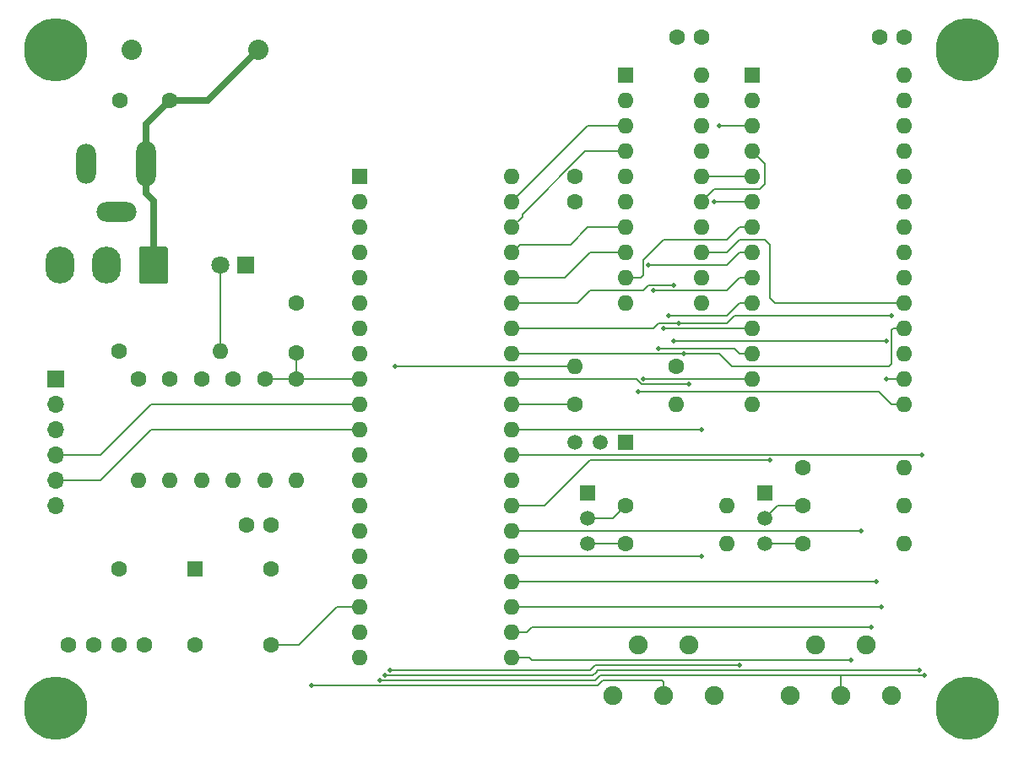
<source format=gbr>
%TF.GenerationSoftware,KiCad,Pcbnew,(5.1.4-0-10_14)*%
%TF.CreationDate,2020-04-13T14:17:21-07:00*%
%TF.ProjectId,8051dumper,38303531-6475-46d7-9065-722e6b696361,1*%
%TF.SameCoordinates,PX60e4b00PYc1c9600*%
%TF.FileFunction,Copper,L1,Top*%
%TF.FilePolarity,Positive*%
%FSLAX46Y46*%
G04 Gerber Fmt 4.6, Leading zero omitted, Abs format (unit mm)*
G04 Created by KiCad (PCBNEW (5.1.4-0-10_14)) date 2020-04-13 14:17:21*
%MOMM*%
%LPD*%
G04 APERTURE LIST*
%TA.AperFunction,ComponentPad*%
%ADD10O,1.600000X1.600000*%
%TD*%
%TA.AperFunction,ComponentPad*%
%ADD11C,1.600000*%
%TD*%
%TA.AperFunction,ComponentPad*%
%ADD12C,1.800000*%
%TD*%
%TA.AperFunction,ComponentPad*%
%ADD13R,1.800000X1.800000*%
%TD*%
%TA.AperFunction,ComponentPad*%
%ADD14R,1.600000X1.600000*%
%TD*%
%TA.AperFunction,ComponentPad*%
%ADD15O,2.921000X3.708400*%
%TD*%
%TA.AperFunction,Conductor*%
%ADD16C,0.152400*%
%TD*%
%TA.AperFunction,ComponentPad*%
%ADD17C,2.921000*%
%TD*%
%TA.AperFunction,ComponentPad*%
%ADD18R,1.700000X1.700000*%
%TD*%
%TA.AperFunction,ComponentPad*%
%ADD19O,1.700000X1.700000*%
%TD*%
%TA.AperFunction,ComponentPad*%
%ADD20O,4.000000X2.000000*%
%TD*%
%TA.AperFunction,ComponentPad*%
%ADD21O,2.000000X4.000000*%
%TD*%
%TA.AperFunction,ComponentPad*%
%ADD22O,2.000000X4.500000*%
%TD*%
%TA.AperFunction,ComponentPad*%
%ADD23C,6.350000*%
%TD*%
%TA.AperFunction,ComponentPad*%
%ADD24O,1.600200X1.600200*%
%TD*%
%TA.AperFunction,ComponentPad*%
%ADD25R,1.600200X1.600200*%
%TD*%
%TA.AperFunction,ComponentPad*%
%ADD26C,2.032000*%
%TD*%
%TA.AperFunction,ComponentPad*%
%ADD27C,1.905000*%
%TD*%
%TA.AperFunction,ComponentPad*%
%ADD28R,1.500000X1.500000*%
%TD*%
%TA.AperFunction,ComponentPad*%
%ADD29C,1.500000*%
%TD*%
%TA.AperFunction,ViaPad*%
%ADD30C,0.508000*%
%TD*%
%TA.AperFunction,Conductor*%
%ADD31C,0.635000*%
%TD*%
G04 APERTURE END LIST*
D10*
%TO.P,R14,2*%
%TO.N,Net-(D1-Pad2)*%
X21590000Y40894000D03*
D11*
%TO.P,R14,1*%
%TO.N,+5V*%
X11430000Y40894000D03*
%TD*%
D12*
%TO.P,D1,2*%
%TO.N,Net-(D1-Pad2)*%
X21590000Y49530000D03*
D13*
%TO.P,D1,1*%
%TO.N,GND*%
X24130000Y49530000D03*
%TD*%
D10*
%TO.P,R13,2*%
%TO.N,~S4*%
X13335000Y27940000D03*
D11*
%TO.P,R13,1*%
%TO.N,+5V*%
X13335000Y38100000D03*
%TD*%
D10*
%TO.P,R12,2*%
%TO.N,~S3*%
X16510000Y27940000D03*
D11*
%TO.P,R12,1*%
%TO.N,+5V*%
X16510000Y38100000D03*
%TD*%
D10*
%TO.P,R11,2*%
%TO.N,~S2*%
X19685000Y27940000D03*
D11*
%TO.P,R11,1*%
%TO.N,+5V*%
X19685000Y38100000D03*
%TD*%
D10*
%TO.P,R10,2*%
%TO.N,~S1*%
X22860000Y27940000D03*
D11*
%TO.P,R10,1*%
%TO.N,+5V*%
X22860000Y38100000D03*
%TD*%
%TO.P,S4,C*%
%TO.N,GND*%
X11430000Y19050000D03*
%TO.P,S4,4*%
%TO.N,~S4*%
X6350000Y11430000D03*
%TO.P,S4,3*%
%TO.N,~S3*%
X8890000Y11430000D03*
%TO.P,S4,2*%
%TO.N,~S2*%
X11430000Y11430000D03*
%TO.P,S4,1*%
%TO.N,~S1*%
X13970000Y11430000D03*
%TD*%
D10*
%TO.P,U2,20*%
%TO.N,+5V*%
X69850000Y68580000D03*
%TO.P,U2,10*%
%TO.N,GND*%
X62230000Y45720000D03*
%TO.P,U2,19*%
%TO.N,/A4*%
X69850000Y66040000D03*
%TO.P,U2,9*%
%TO.N,/A3*%
X62230000Y48260000D03*
%TO.P,U2,18*%
%TO.N,/AD4*%
X69850000Y63500000D03*
%TO.P,U2,8*%
%TO.N,/AD3*%
X62230000Y50800000D03*
%TO.P,U2,17*%
%TO.N,/AD5*%
X69850000Y60960000D03*
%TO.P,U2,7*%
%TO.N,/AD2*%
X62230000Y53340000D03*
%TO.P,U2,16*%
%TO.N,/A5*%
X69850000Y58420000D03*
%TO.P,U2,6*%
%TO.N,/A2*%
X62230000Y55880000D03*
%TO.P,U2,15*%
%TO.N,/A6*%
X69850000Y55880000D03*
%TO.P,U2,5*%
%TO.N,/A1*%
X62230000Y58420000D03*
%TO.P,U2,14*%
%TO.N,/AD6*%
X69850000Y53340000D03*
%TO.P,U2,4*%
%TO.N,/AD1*%
X62230000Y60960000D03*
%TO.P,U2,13*%
%TO.N,/AD7*%
X69850000Y50800000D03*
%TO.P,U2,3*%
%TO.N,/AD0*%
X62230000Y63500000D03*
%TO.P,U2,12*%
%TO.N,/A7*%
X69850000Y48260000D03*
%TO.P,U2,2*%
%TO.N,/A0*%
X62230000Y66040000D03*
%TO.P,U2,11*%
%TO.N,ALE*%
X69850000Y45720000D03*
D14*
%TO.P,U2,1*%
%TO.N,GND*%
X62230000Y68580000D03*
%TD*%
D15*
%TO.P,S1,3*%
%TO.N,GND*%
X5461000Y49530000D03*
%TO.P,S1,2*%
%TO.N,+5V*%
X10160000Y49530000D03*
D16*
%TD*%
%TO.N,Net-(C6-Pad1)*%
%TO.C,S1*%
G36*
X16090283Y51382976D02*
G01*
X16114952Y51379317D01*
X16139143Y51373257D01*
X16162624Y51364856D01*
X16185168Y51354193D01*
X16206559Y51341372D01*
X16226590Y51326516D01*
X16245068Y51309768D01*
X16261816Y51291290D01*
X16276672Y51271259D01*
X16289493Y51249868D01*
X16300156Y51227324D01*
X16308557Y51203843D01*
X16314617Y51179652D01*
X16318276Y51154983D01*
X16319500Y51130074D01*
X16319500Y47929926D01*
X16318276Y47905017D01*
X16314617Y47880348D01*
X16308557Y47856157D01*
X16300156Y47832676D01*
X16289493Y47810132D01*
X16276672Y47788741D01*
X16261816Y47768710D01*
X16245068Y47750232D01*
X16226590Y47733484D01*
X16206559Y47718628D01*
X16185168Y47705807D01*
X16162624Y47695144D01*
X16139143Y47686743D01*
X16114952Y47680683D01*
X16090283Y47677024D01*
X16065374Y47675800D01*
X13652626Y47675800D01*
X13627717Y47677024D01*
X13603048Y47680683D01*
X13578857Y47686743D01*
X13555376Y47695144D01*
X13532832Y47705807D01*
X13511441Y47718628D01*
X13491410Y47733484D01*
X13472932Y47750232D01*
X13456184Y47768710D01*
X13441328Y47788741D01*
X13428507Y47810132D01*
X13417844Y47832676D01*
X13409443Y47856157D01*
X13403383Y47880348D01*
X13399724Y47905017D01*
X13398500Y47929926D01*
X13398500Y51130074D01*
X13399724Y51154983D01*
X13403383Y51179652D01*
X13409443Y51203843D01*
X13417844Y51227324D01*
X13428507Y51249868D01*
X13441328Y51271259D01*
X13456184Y51291290D01*
X13472932Y51309768D01*
X13491410Y51326516D01*
X13511441Y51341372D01*
X13532832Y51354193D01*
X13555376Y51364856D01*
X13578857Y51373257D01*
X13603048Y51379317D01*
X13627717Y51382976D01*
X13652626Y51384200D01*
X16065374Y51384200D01*
X16090283Y51382976D01*
X16090283Y51382976D01*
G37*
D17*
%TO.P,S1,1*%
%TO.N,Net-(C6-Pad1)*%
X14859000Y49530000D03*
%TD*%
D11*
%TO.P,C1,2*%
%TO.N,GND*%
X57150000Y55920000D03*
%TO.P,C1,1*%
%TO.N,+5V*%
X57150000Y58420000D03*
%TD*%
%TO.P,C4,2*%
%TO.N,GND*%
X24170000Y23495000D03*
%TO.P,C4,1*%
%TO.N,+5V*%
X26670000Y23495000D03*
%TD*%
%TO.P,C3,2*%
%TO.N,GND*%
X87670000Y72390000D03*
%TO.P,C3,1*%
%TO.N,+5V*%
X90170000Y72390000D03*
%TD*%
%TO.P,C2,2*%
%TO.N,GND*%
X67350000Y72390000D03*
%TO.P,C2,1*%
%TO.N,+5V*%
X69850000Y72390000D03*
%TD*%
%TO.P,C6,2*%
%TO.N,GND*%
X11510000Y66040000D03*
%TO.P,C6,1*%
%TO.N,Net-(C6-Pad1)*%
X16510000Y66040000D03*
%TD*%
%TO.P,C5,2*%
%TO.N,RST*%
X29210000Y40720000D03*
%TO.P,C5,1*%
%TO.N,+5V*%
X29210000Y45720000D03*
%TD*%
D10*
%TO.P,R9,2*%
%TO.N,Net-(R9-Pad2)*%
X29210000Y27940000D03*
D11*
%TO.P,R9,1*%
%TO.N,RST*%
X29210000Y38100000D03*
%TD*%
D10*
%TO.P,R8,2*%
%TO.N,GND*%
X26035000Y27940000D03*
D11*
%TO.P,R8,1*%
%TO.N,RST*%
X26035000Y38100000D03*
%TD*%
D10*
%TO.P,R7,2*%
%TO.N,Net-(R7-Pad2)*%
X90170000Y21590000D03*
D11*
%TO.P,R7,1*%
%TO.N,Net-(Q3-Pad3)*%
X80010000Y21590000D03*
%TD*%
D10*
%TO.P,R6,2*%
%TO.N,Net-(R6-Pad2)*%
X72390000Y21590000D03*
D11*
%TO.P,R6,1*%
%TO.N,Net-(Q2-Pad3)*%
X62230000Y21590000D03*
%TD*%
D10*
%TO.P,R5,2*%
%TO.N,~GRNBTN*%
X90170000Y29210000D03*
D11*
%TO.P,R5,1*%
%TO.N,+5V*%
X80010000Y29210000D03*
%TD*%
D10*
%TO.P,R4,2*%
%TO.N,~GRNLED*%
X90170000Y25400000D03*
D11*
%TO.P,R4,1*%
%TO.N,Net-(Q3-Pad2)*%
X80010000Y25400000D03*
%TD*%
D10*
%TO.P,R3,2*%
%TO.N,~REDLED*%
X72390000Y25400000D03*
D11*
%TO.P,R3,1*%
%TO.N,Net-(Q2-Pad2)*%
X62230000Y25400000D03*
%TD*%
D10*
%TO.P,R2,2*%
%TO.N,GND*%
X67310000Y35560000D03*
D11*
%TO.P,R2,1*%
%TO.N,/~EA*%
X57150000Y35560000D03*
%TD*%
D10*
%TO.P,R1,2*%
%TO.N,EA*%
X57150000Y39370000D03*
D11*
%TO.P,R1,1*%
%TO.N,Net-(Q1-Pad2)*%
X67310000Y39370000D03*
%TD*%
D18*
%TO.P,J1,1*%
%TO.N,GND*%
X5080000Y38100000D03*
D19*
%TO.P,J1,2*%
%TO.N,Net-(J1-Pad2)*%
X5080000Y35560000D03*
%TO.P,J1,3*%
%TO.N,N/C*%
X5080000Y33020000D03*
%TO.P,J1,4*%
%TO.N,/RXD*%
X5080000Y30480000D03*
%TO.P,J1,5*%
%TO.N,/TXD*%
X5080000Y27940000D03*
%TO.P,J1,6*%
%TO.N,Net-(J1-Pad2)*%
X5080000Y25400000D03*
%TD*%
D10*
%TO.P,U3,28*%
%TO.N,+5V*%
X90170000Y68580000D03*
%TO.P,U3,14*%
%TO.N,GND*%
X74930000Y35560000D03*
%TO.P,U3,27*%
%TO.N,+5V*%
X90170000Y66040000D03*
%TO.P,U3,13*%
%TO.N,/AD2*%
X74930000Y38100000D03*
%TO.P,U3,26*%
%TO.N,/A13*%
X90170000Y63500000D03*
%TO.P,U3,12*%
%TO.N,/AD1*%
X74930000Y40640000D03*
%TO.P,U3,25*%
%TO.N,/A8*%
X90170000Y60960000D03*
%TO.P,U3,11*%
%TO.N,/AD0*%
X74930000Y43180000D03*
%TO.P,U3,24*%
%TO.N,/A9*%
X90170000Y58420000D03*
%TO.P,U3,10*%
%TO.N,/A0*%
X74930000Y45720000D03*
%TO.P,U3,23*%
%TO.N,/A11*%
X90170000Y55880000D03*
%TO.P,U3,9*%
%TO.N,/A1*%
X74930000Y48260000D03*
%TO.P,U3,22*%
%TO.N,~PSEN*%
X90170000Y53340000D03*
%TO.P,U3,8*%
%TO.N,/A2*%
X74930000Y50800000D03*
%TO.P,U3,21*%
%TO.N,/A10*%
X90170000Y50800000D03*
%TO.P,U3,7*%
%TO.N,/A3*%
X74930000Y53340000D03*
%TO.P,U3,20*%
%TO.N,GND*%
X90170000Y48260000D03*
%TO.P,U3,6*%
%TO.N,/A4*%
X74930000Y55880000D03*
%TO.P,U3,19*%
%TO.N,/AD7*%
X90170000Y45720000D03*
%TO.P,U3,5*%
%TO.N,/A5*%
X74930000Y58420000D03*
%TO.P,U3,18*%
%TO.N,/AD6*%
X90170000Y43180000D03*
%TO.P,U3,4*%
%TO.N,/A6*%
X74930000Y60960000D03*
%TO.P,U3,17*%
%TO.N,/AD5*%
X90170000Y40640000D03*
%TO.P,U3,3*%
%TO.N,/A7*%
X74930000Y63500000D03*
%TO.P,U3,16*%
%TO.N,/AD4*%
X90170000Y38100000D03*
%TO.P,U3,2*%
%TO.N,/A12*%
X74930000Y66040000D03*
%TO.P,U3,15*%
%TO.N,/AD3*%
X90170000Y35560000D03*
D14*
%TO.P,U3,1*%
%TO.N,/A14*%
X74930000Y68580000D03*
%TD*%
D20*
%TO.P,J2,3*%
%TO.N,N/C*%
X11120000Y54890000D03*
D21*
%TO.P,J2,2*%
%TO.N,GND*%
X8120000Y59690000D03*
D22*
%TO.P,J2,1*%
%TO.N,Net-(C6-Pad1)*%
X14120000Y59690000D03*
%TD*%
D23*
%TO.P,REF\002A\002A,1*%
%TO.N,GND*%
X96520000Y71120000D03*
%TD*%
%TO.P,REF\002A\002A,1*%
%TO.N,GND*%
X96520000Y5080000D03*
%TD*%
%TO.P,REF\002A\002A,1*%
%TO.N,GND*%
X5080000Y71120000D03*
%TD*%
%TO.P,REF\002A\002A,1*%
%TO.N,GND*%
X5080000Y5080000D03*
%TD*%
D24*
%TO.P,U1,40*%
%TO.N,+5V*%
X50800000Y58420000D03*
%TO.P,U1,20*%
%TO.N,GND*%
X35560000Y10160000D03*
%TO.P,U1,39*%
%TO.N,/AD0*%
X50800000Y55880000D03*
%TO.P,U1,19*%
%TO.N,GND*%
X35560000Y12700000D03*
%TO.P,U1,38*%
%TO.N,/AD1*%
X50800000Y53340000D03*
%TO.P,U1,18*%
%TO.N,/CLK*%
X35560000Y15240000D03*
%TO.P,U1,37*%
%TO.N,/AD2*%
X50800000Y50800000D03*
%TO.P,U1,17*%
%TO.N,N/C*%
X35560000Y17780000D03*
%TO.P,U1,36*%
%TO.N,/AD3*%
X50800000Y48260000D03*
%TO.P,U1,16*%
%TO.N,N/C*%
X35560000Y20320000D03*
%TO.P,U1,35*%
%TO.N,/AD4*%
X50800000Y45720000D03*
%TO.P,U1,15*%
%TO.N,N/C*%
X35560000Y22860000D03*
%TO.P,U1,34*%
%TO.N,/AD5*%
X50800000Y43180000D03*
%TO.P,U1,14*%
%TO.N,N/C*%
X35560000Y25400000D03*
%TO.P,U1,33*%
%TO.N,/AD6*%
X50800000Y40640000D03*
%TO.P,U1,13*%
%TO.N,N/C*%
X35560000Y27940000D03*
%TO.P,U1,32*%
%TO.N,/AD7*%
X50800000Y38100000D03*
%TO.P,U1,12*%
%TO.N,N/C*%
X35560000Y30480000D03*
%TO.P,U1,31*%
%TO.N,/~EA*%
X50800000Y35560000D03*
%TO.P,U1,11*%
%TO.N,/TXD*%
X35560000Y33020000D03*
%TO.P,U1,30*%
%TO.N,ALE*%
X50800000Y33020000D03*
%TO.P,U1,10*%
%TO.N,/RXD*%
X35560000Y35560000D03*
%TO.P,U1,29*%
%TO.N,~PSEN*%
X50800000Y30480000D03*
%TO.P,U1,9*%
%TO.N,RST*%
X35560000Y38100000D03*
%TO.P,U1,28*%
%TO.N,N/C*%
X50800000Y27940000D03*
%TO.P,U1,8*%
%TO.N,~S1*%
X35560000Y40640000D03*
%TO.P,U1,27*%
%TO.N,/A14*%
X50800000Y25400000D03*
%TO.P,U1,7*%
%TO.N,~S2*%
X35560000Y43180000D03*
%TO.P,U1,26*%
%TO.N,/A13*%
X50800000Y22860000D03*
%TO.P,U1,6*%
%TO.N,~S3*%
X35560000Y45720000D03*
%TO.P,U1,25*%
%TO.N,/A12*%
X50800000Y20320000D03*
%TO.P,U1,5*%
%TO.N,~S4*%
X35560000Y48260000D03*
%TO.P,U1,24*%
%TO.N,/A11*%
X50800000Y17780000D03*
%TO.P,U1,4*%
%TO.N,~GRNBTN*%
X35560000Y50800000D03*
%TO.P,U1,23*%
%TO.N,/A10*%
X50800000Y15240000D03*
%TO.P,U1,3*%
%TO.N,~GRNLED*%
X35560000Y53340000D03*
%TO.P,U1,22*%
%TO.N,/A9*%
X50800000Y12700000D03*
%TO.P,U1,2*%
%TO.N,~REDLED*%
X35560000Y55880000D03*
%TO.P,U1,21*%
%TO.N,/A8*%
X50800000Y10160000D03*
D25*
%TO.P,U1,1*%
%TO.N,EA*%
X35560000Y58420000D03*
%TD*%
D11*
%TO.P,X1,4*%
%TO.N,GND*%
X19050000Y11430000D03*
%TO.P,X1,5*%
%TO.N,/CLK*%
X26670000Y11430000D03*
%TO.P,X1,8*%
%TO.N,+5V*%
X26670000Y19050000D03*
D14*
%TO.P,X1,1*%
X19050000Y19050000D03*
%TD*%
D26*
%TO.P,TP2,1*%
%TO.N,GND*%
X12700000Y71120000D03*
%TD*%
%TO.P,TP1,1*%
%TO.N,Net-(C6-Pad1)*%
X25400000Y71120000D03*
%TD*%
D27*
%TO.P,S3,L-*%
%TO.N,GND*%
X81280000Y11430000D03*
%TO.P,S3,L+*%
%TO.N,Net-(R7-Pad2)*%
X86360000Y11430000D03*
%TO.P,S3,3*%
%TO.N,N/C*%
X88900000Y6350000D03*
%TO.P,S3,2*%
%TO.N,~GRNBTN*%
X83820000Y6350000D03*
%TO.P,S3,1*%
%TO.N,GND*%
X78740000Y6350000D03*
%TD*%
%TO.P,S2,L-*%
%TO.N,GND*%
X63500000Y11430000D03*
%TO.P,S2,L+*%
%TO.N,Net-(R6-Pad2)*%
X68580000Y11430000D03*
%TO.P,S2,3*%
%TO.N,N/C*%
X71120000Y6350000D03*
%TO.P,S2,2*%
%TO.N,Net-(R9-Pad2)*%
X66040000Y6350000D03*
%TO.P,S2,1*%
%TO.N,+5V*%
X60960000Y6350000D03*
%TD*%
D28*
%TO.P,Q3,1*%
%TO.N,+5V*%
X76200000Y26670000D03*
D29*
%TO.P,Q3,3*%
%TO.N,Net-(Q3-Pad3)*%
X76200000Y21590000D03*
%TO.P,Q3,2*%
%TO.N,Net-(Q3-Pad2)*%
X76200000Y24130000D03*
%TD*%
D28*
%TO.P,Q2,1*%
%TO.N,+5V*%
X58420000Y26670000D03*
D29*
%TO.P,Q2,3*%
%TO.N,Net-(Q2-Pad3)*%
X58420000Y21590000D03*
%TO.P,Q2,2*%
%TO.N,Net-(Q2-Pad2)*%
X58420000Y24130000D03*
%TD*%
D28*
%TO.P,Q1,1*%
%TO.N,+5V*%
X62230000Y31750000D03*
D29*
%TO.P,Q1,3*%
%TO.N,/~EA*%
X57150000Y31750000D03*
%TO.P,Q1,2*%
%TO.N,Net-(Q1-Pad2)*%
X59690000Y31750000D03*
%TD*%
D30*
%TO.N,EA*%
X39116000Y39370000D03*
%TO.N,~REDLED*%
X38608000Y8890000D03*
X73660000Y9398000D03*
%TO.N,~GRNLED*%
X38100000Y8382000D03*
X91694000Y8890000D03*
%TO.N,~GRNBTN*%
X37592000Y7874000D03*
X92202000Y8382000D03*
%TO.N,/AD0*%
X66040000Y43180000D03*
%TO.N,/AD1*%
X65532000Y41148000D03*
%TO.N,/AD2*%
X64008000Y38100000D03*
%TO.N,/AD3*%
X63500000Y36830000D03*
%TO.N,/AD4*%
X67056000Y47498000D03*
X67056000Y41910000D03*
X88392000Y41910000D03*
X88392000Y38100000D03*
%TO.N,/AD5*%
X67564000Y43688000D03*
X88900000Y44450000D03*
%TO.N,/AD6*%
X68072000Y40640000D03*
%TO.N,/AD7*%
X68580000Y37592000D03*
%TO.N,ALE*%
X69850000Y33020000D03*
%TO.N,~PSEN*%
X91948000Y30480000D03*
%TO.N,/A14*%
X76708000Y29972000D03*
%TO.N,/A13*%
X85852000Y22860000D03*
%TO.N,/A12*%
X69850000Y20320000D03*
%TO.N,/A11*%
X87376000Y17780000D03*
%TO.N,/A10*%
X87884000Y15240000D03*
%TO.N,/A9*%
X86868000Y13208000D03*
%TO.N,/A8*%
X84836000Y9906000D03*
%TO.N,/A7*%
X71628000Y63500000D03*
%TO.N,/A2*%
X64516000Y49530000D03*
%TO.N,/A1*%
X65024000Y46990000D03*
%TO.N,/A4*%
X71120000Y55880000D03*
%TO.N,/A0*%
X66548000Y44450000D03*
%TO.N,Net-(R9-Pad2)*%
X30734000Y7366000D03*
%TD*%
D16*
%TO.N,RST*%
X29210000Y40720000D02*
X29210000Y38100000D01*
X29210000Y38100000D02*
X35560000Y38100000D01*
X29210000Y38100000D02*
X26035000Y38100000D01*
%TO.N,/RXD*%
X5080000Y30480000D02*
X9525000Y30480000D01*
X9525000Y30480000D02*
X14605000Y35560000D01*
X14605000Y35560000D02*
X18415000Y35560000D01*
X18415000Y35560000D02*
X35560000Y35560000D01*
%TO.N,/TXD*%
X5080000Y27940000D02*
X9525000Y27940000D01*
X9525000Y27940000D02*
X14605000Y33020000D01*
X14605000Y33020000D02*
X35560000Y33020000D01*
%TO.N,/~EA*%
X50800000Y35560000D02*
X57150000Y35560000D01*
%TO.N,Net-(Q2-Pad3)*%
X58420000Y21590000D02*
X62230000Y21590000D01*
%TO.N,Net-(Q2-Pad2)*%
X60960000Y24130000D02*
X62230000Y25400000D01*
X58420000Y24130000D02*
X60960000Y24130000D01*
%TO.N,Net-(Q3-Pad3)*%
X76200000Y21590000D02*
X80010000Y21590000D01*
%TO.N,Net-(Q3-Pad2)*%
X77470000Y25400000D02*
X80010000Y25400000D01*
X76200000Y24130000D02*
X77470000Y25400000D01*
%TO.N,EA*%
X57150000Y39370000D02*
X50292000Y39370000D01*
X50292000Y39370000D02*
X39116000Y39370000D01*
%TO.N,~REDLED*%
X59182000Y9398000D02*
X69596000Y9398000D01*
X58674000Y8890000D02*
X59182000Y9398000D01*
X38608000Y8890000D02*
X58674000Y8890000D01*
X69596000Y9398000D02*
X73660000Y9398000D01*
%TO.N,~GRNLED*%
X38100000Y8382000D02*
X58166000Y8382000D01*
X58166000Y8382000D02*
X58928000Y8382000D01*
X58928000Y8382000D02*
X59232810Y8686810D01*
X59232810Y8686810D02*
X59436000Y8890000D01*
X59436000Y8890000D02*
X71628000Y8890000D01*
X71628000Y8890000D02*
X75692000Y8890000D01*
X75692000Y8890000D02*
X91694000Y8890000D01*
%TO.N,~GRNBTN*%
X89916000Y8382000D02*
X92202000Y8382000D01*
X83820000Y7697038D02*
X83820000Y8382000D01*
X83820000Y6350000D02*
X83820000Y7697038D01*
X83820000Y8382000D02*
X89916000Y8382000D01*
X59944000Y8382000D02*
X83820000Y8382000D01*
X37592000Y7874000D02*
X59182000Y7874000D01*
X59690000Y8382000D02*
X59944000Y8382000D01*
X59182000Y7874000D02*
X59690000Y8382000D01*
%TO.N,/AD0*%
X58420000Y63500000D02*
X62230000Y63500000D01*
X50800000Y55880000D02*
X58420000Y63500000D01*
X66040000Y43180000D02*
X74930000Y43180000D01*
%TO.N,/AD1*%
X61098630Y60960000D02*
X62230000Y60960000D01*
X51828701Y54621031D02*
X58167670Y60960000D01*
X58167670Y60960000D02*
X61098630Y60960000D01*
X51828701Y54368701D02*
X51828701Y54621031D01*
X50800000Y53340000D02*
X51828701Y54368701D01*
X74930000Y40640000D02*
X73660000Y40640000D01*
X73660000Y40640000D02*
X73152000Y41148000D01*
X73152000Y41148000D02*
X68072000Y41148000D01*
X68072000Y41148000D02*
X65532000Y41148000D01*
%TO.N,/CLK*%
X33274000Y15240000D02*
X35560000Y15240000D01*
X29464000Y11430000D02*
X33274000Y15240000D01*
X26670000Y11430000D02*
X29464000Y11430000D01*
%TO.N,/AD2*%
X51600099Y51600099D02*
X56680099Y51600099D01*
X50800000Y50800000D02*
X51600099Y51600099D01*
X58420000Y53340000D02*
X62230000Y53340000D01*
X56680099Y51600099D02*
X58420000Y53340000D01*
X64008000Y38100000D02*
X74930000Y38100000D01*
%TO.N,/AD3*%
X50800000Y48260000D02*
X56134000Y48260000D01*
X58674000Y50800000D02*
X62230000Y50800000D01*
X56134000Y48260000D02*
X58674000Y50800000D01*
X90170000Y35560000D02*
X88900000Y35560000D01*
X88900000Y35560000D02*
X87630000Y36830000D01*
X87630000Y36830000D02*
X63500000Y36830000D01*
%TO.N,/AD4*%
X67056000Y47498000D02*
X64516000Y47498000D01*
X64516000Y47498000D02*
X64008000Y46990000D01*
X64008000Y46990000D02*
X58674000Y46990000D01*
X58674000Y46990000D02*
X57404000Y45720000D01*
X57404000Y45720000D02*
X50800000Y45720000D01*
X87376000Y41910000D02*
X88392000Y41910000D01*
X67056000Y41910000D02*
X87376000Y41910000D01*
X90170000Y38100000D02*
X88392000Y38100000D01*
%TO.N,/AD5*%
X67564000Y43688000D02*
X65532000Y43688000D01*
X65532000Y43688000D02*
X65024000Y43180000D01*
X65024000Y43180000D02*
X61722000Y43180000D01*
X61722000Y43180000D02*
X50800000Y43180000D01*
X72390000Y43688000D02*
X67564000Y43688000D01*
X73152000Y44450000D02*
X72390000Y43688000D01*
X88900000Y44450000D02*
X73152000Y44450000D01*
%TO.N,/AD6*%
X64770000Y40640000D02*
X50800000Y40640000D01*
X68072000Y40640000D02*
X64770000Y40640000D01*
X88900000Y43041370D02*
X89038630Y43180000D01*
X71628000Y40640000D02*
X72898000Y39370000D01*
X88900000Y39624000D02*
X88900000Y43041370D01*
X89038630Y43180000D02*
X90170000Y43180000D01*
X88646000Y39370000D02*
X88900000Y39624000D01*
X72898000Y39370000D02*
X88646000Y39370000D01*
X68072000Y40640000D02*
X71628000Y40640000D01*
%TO.N,/AD7*%
X72390000Y50800000D02*
X73660000Y52070000D01*
X69850000Y50800000D02*
X72390000Y50800000D01*
X63801750Y37592000D02*
X63293750Y38100000D01*
X68580000Y37592000D02*
X63801750Y37592000D01*
X63293750Y38100000D02*
X56896000Y38100000D01*
X56896000Y38100000D02*
X50800000Y38100000D01*
X73660000Y52070000D02*
X76200000Y52070000D01*
X76200000Y52070000D02*
X76708000Y51562000D01*
X76708000Y51562000D02*
X76708000Y46228000D01*
X76708000Y46228000D02*
X77216000Y45720000D01*
X77216000Y45720000D02*
X90170000Y45720000D01*
%TO.N,ALE*%
X50800000Y33020000D02*
X69850000Y33020000D01*
%TO.N,~PSEN*%
X50800000Y30480000D02*
X91694000Y30480000D01*
X91694000Y30480000D02*
X91948000Y30480000D01*
%TO.N,/A14*%
X54102000Y25400000D02*
X50800000Y25400000D01*
X58674000Y29972000D02*
X54102000Y25400000D01*
X76708000Y29972000D02*
X58674000Y29972000D01*
%TO.N,/A13*%
X60960000Y22860000D02*
X50800000Y22860000D01*
X85852000Y22860000D02*
X60960000Y22860000D01*
%TO.N,/A12*%
X69850000Y20320000D02*
X50800000Y20320000D01*
%TO.N,/A11*%
X87376000Y17780000D02*
X50800000Y17780000D01*
%TO.N,/A10*%
X87884000Y15240000D02*
X50800000Y15240000D01*
%TO.N,/A9*%
X50800000Y12700000D02*
X52324000Y12700000D01*
X52324000Y12700000D02*
X52832000Y13208000D01*
X52832000Y13208000D02*
X57912000Y13208000D01*
X57912000Y13208000D02*
X80772000Y13208000D01*
X80772000Y13208000D02*
X86868000Y13208000D01*
%TO.N,/A8*%
X52578000Y10160000D02*
X50800000Y10160000D01*
X52832000Y9906000D02*
X52578000Y10160000D01*
X84836000Y9906000D02*
X52832000Y9906000D01*
%TO.N,/A7*%
X71628000Y63500000D02*
X74930000Y63500000D01*
%TO.N,/A3*%
X64008000Y48514000D02*
X63754000Y48260000D01*
X66040000Y52070000D02*
X64008000Y50038000D01*
X63754000Y48260000D02*
X62230000Y48260000D01*
X64008000Y50038000D02*
X64008000Y48514000D01*
X74930000Y53340000D02*
X73660000Y53340000D01*
X73660000Y53340000D02*
X72390000Y52070000D01*
X70866000Y52070000D02*
X66040000Y52070000D01*
X72390000Y52070000D02*
X70866000Y52070000D01*
X71120000Y52070000D02*
X70866000Y52070000D01*
%TO.N,/A6*%
X71120000Y57150000D02*
X69850000Y55880000D01*
X75692000Y57150000D02*
X71120000Y57150000D01*
X76200000Y59690000D02*
X76200000Y57658000D01*
X76200000Y57658000D02*
X75692000Y57150000D01*
X74930000Y60960000D02*
X76200000Y59690000D01*
%TO.N,/A2*%
X72390000Y49530000D02*
X64516000Y49530000D01*
X73660000Y50800000D02*
X72390000Y49530000D01*
X74930000Y50800000D02*
X73660000Y50800000D01*
%TO.N,/A5*%
X69850000Y58420000D02*
X74930000Y58420000D01*
%TO.N,/A1*%
X74930000Y48260000D02*
X73660000Y48260000D01*
X73660000Y48260000D02*
X72390000Y46990000D01*
X72390000Y46990000D02*
X69596000Y46990000D01*
X69596000Y46990000D02*
X65024000Y46990000D01*
%TO.N,/A4*%
X74930000Y55880000D02*
X71120000Y55880000D01*
%TO.N,/A0*%
X74930000Y45720000D02*
X73660000Y45720000D01*
X73660000Y45720000D02*
X72390000Y44450000D01*
X72390000Y44450000D02*
X69342000Y44450000D01*
X69342000Y44450000D02*
X66548000Y44450000D01*
%TO.N,Net-(R9-Pad2)*%
X66040000Y7697038D02*
X65863038Y7874000D01*
X66040000Y6350000D02*
X66040000Y7697038D01*
X65863038Y7874000D02*
X59944000Y7874000D01*
X59944000Y7874000D02*
X59436000Y7366000D01*
X59436000Y7366000D02*
X57658000Y7366000D01*
X57658000Y7366000D02*
X30734000Y7366000D01*
D31*
%TO.N,Net-(C6-Pad1)*%
X14120000Y63650000D02*
X14120000Y59690000D01*
X16510000Y66040000D02*
X14120000Y63650000D01*
X14120000Y59690000D02*
X14120000Y56746000D01*
X14859000Y56007000D02*
X14859000Y49530000D01*
X14120000Y56746000D02*
X14859000Y56007000D01*
X20320000Y66040000D02*
X25400000Y71120000D01*
X16510000Y66040000D02*
X20320000Y66040000D01*
D16*
%TO.N,Net-(D1-Pad2)*%
X21590000Y40894000D02*
X21590000Y49530000D01*
%TD*%
M02*

</source>
